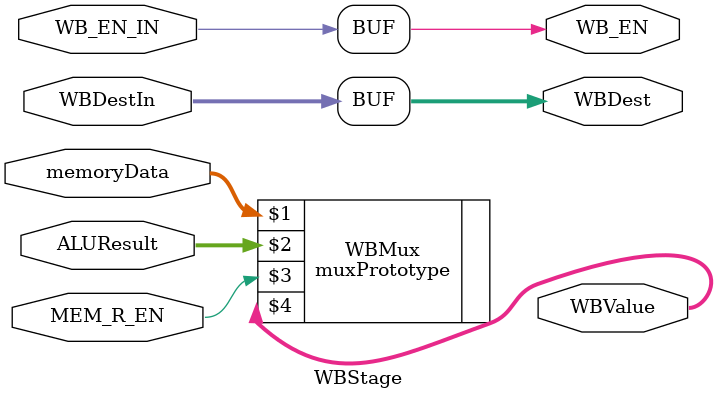
<source format=sv>
module WBStage(WBDestIn, memoryData, ALUResult, MEM_R_EN, WB_EN_IN,
  WBDest, WBValue, WB_EN);
  input [3:0]WBDestIn;
  input [31:0]memoryData, ALUResult;
  input MEM_R_EN, WB_EN_IN;

  output [3:0]WBDest;
  output [31:0]WBValue;
  output WB_EN;

  assign WBDest = WBDestIn;
  muxPrototype #(.WIDTH(32))WBMux(memoryData, ALUResult, MEM_R_EN, WBValue);
  assign WB_EN = WB_EN_IN;
endmodule

</source>
